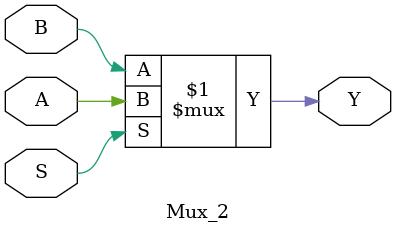
<source format=v>
module Mux_2 (
    input wire A,
    input wire B,
    input wire S,
    output wire Y
);

assign Y = S ? A : B;

endmodule 

</source>
